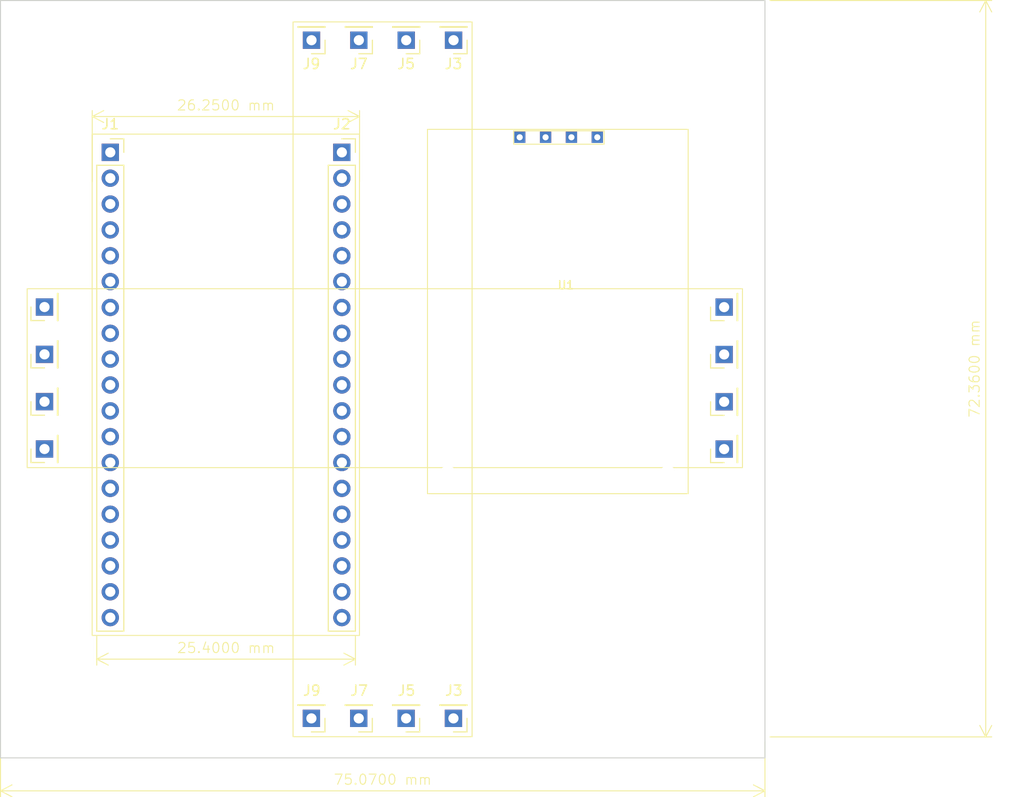
<source format=kicad_pcb>
(kicad_pcb (version 20240108) (generator "pcbnew") (generator_version "8.0")
  (layers (0 "F.Cu" signal) (31 "B.Cu" signal) (34 "B.Paste" user) (35 "F.Paste" user) (36 "B.SilkS" user "B.Silkscreen") (37 "F.SilkS" user "F.Silkscreen") (38 "B.Mask" user) (39 "F.Mask" user) (44 "Edge.Cuts" user))
  (net 0 "")
  (net 1 "A0")
  (net 2 "A1")
  (net 3 "A2")
  (net 4 "A3")
  (footprint "Connector_PinHeader_2.54mm:PinHeader_1x01_P2.54mm_Vertical" (layer "F.Cu") (at 68.74 23.64 180)
    (property "Reference" "J3" (at 0 -2.33 0) (layer "F.SilkS"))
    (property "Value" "Conn_01x01_Pin" (hide yes))
    (fp_line (start 1.33 1.27) (end 1.33 1.33) (stroke (width 0.12)) (layer "F.SilkS"))
    (fp_line (start -1.33 1.33) (end 1.33 1.33) (stroke (width 0.12)) (layer "F.SilkS"))
    (fp_line (start -1.33 1.27) (end 1.33 1.27) (stroke (width 0.12)) (layer "F.SilkS"))
    (fp_line (start -1.33 1.27) (end -1.33 1.33) (stroke (width 0.12)) (layer "F.SilkS"))
    (fp_line (start -1.33 0) (end -1.33 -1.33) (stroke (width 0.12)) (layer "F.SilkS"))
    (fp_line (start -1.33 -1.33) (end 0 -1.33) (stroke (width 0.12)) (layer "F.SilkS"))
    (pad "1" thru_hole rect (at 0 0 180) (size 1.7 1.7) (drill 1) (layers "*.Cu" "*.Mask") (net 1 "A0"))
  )
  (footprint "Connector_PinHeader_2.54mm:PinHeader_1x01_P2.54mm_Vertical" (layer "F.Cu") (at 95.31 54.52 90)
    (property "Reference" "J7" (hide yes))
    (property "Value" "Conn_01x01_Pin" (hide yes))
    (fp_line (start -1.33 -1.33) (end 0 -1.33) (stroke (width 0.12)) (layer "F.SilkS"))
    (fp_line (start -1.33 0) (end -1.33 -1.33) (stroke (width 0.12)) (layer "F.SilkS"))
    (fp_line (start 1.33 1.27) (end 1.33 1.33) (stroke (width 0.12)) (layer "F.SilkS"))
    (fp_line (start -1.33 1.27) (end 1.33 1.27) (stroke (width 0.12)) (layer "F.SilkS"))
    (fp_line (start -1.33 1.27) (end -1.33 1.33) (stroke (width 0.12)) (layer "F.SilkS"))
    (fp_line (start -1.33 1.33) (end 1.33 1.33) (stroke (width 0.12)) (layer "F.SilkS"))
    (pad "1" thru_hole rect (at 0 0 90) (size 1.7 1.7) (drill 1) (layers "*.Cu" "*.Mask") (net 3 "A2"))
  )
  (footprint "Connector_PinHeader_2.54mm:PinHeader_1x01_P2.54mm_Vertical" (layer "F.Cu") (at 95.31 63.82 90)
    (property "Reference" "J3" (hide yes))
    (property "Value" "Conn_01x01_Pin" (hide yes))
    (fp_line (start -1.33 -1.33) (end 0 -1.33) (stroke (width 0.12)) (layer "F.SilkS"))
    (fp_line (start -1.33 0) (end -1.33 -1.33) (stroke (width 0.12)) (layer "F.SilkS"))
    (fp_line (start 1.33 1.27) (end 1.33 1.33) (stroke (width 0.12)) (layer "F.SilkS"))
    (fp_line (start -1.33 1.27) (end 1.33 1.27) (stroke (width 0.12)) (layer "F.SilkS"))
    (fp_line (start -1.33 1.27) (end -1.33 1.33) (stroke (width 0.12)) (layer "F.SilkS"))
    (fp_line (start -1.33 1.33) (end 1.33 1.33) (stroke (width 0.12)) (layer "F.SilkS"))
    (pad "1" thru_hole rect (at 0 0 90) (size 1.7 1.7) (drill 1) (layers "*.Cu" "*.Mask") (net 1 "A0"))
  )
  (footprint "Connector_PinHeader_2.54mm:PinHeader_1x01_P2.54mm_Vertical" (layer "F.Cu") (at 28.57 59.16 90)
    (property "Reference" "J5" (hide yes))
    (property "Value" "Conn_01x01_Pin" (hide yes))
    (fp_line (start -1.33 -1.33) (end 0 -1.33) (stroke (width 0.12)) (layer "F.SilkS"))
    (fp_line (start -1.33 0) (end -1.33 -1.33) (stroke (width 0.12)) (layer "F.SilkS"))
    (fp_line (start 1.33 1.27) (end 1.33 1.33) (stroke (width 0.12)) (layer "F.SilkS"))
    (fp_line (start -1.33 1.27) (end 1.33 1.27) (stroke (width 0.12)) (layer "F.SilkS"))
    (fp_line (start -1.33 1.27) (end -1.33 1.33) (stroke (width 0.12)) (layer "F.SilkS"))
    (fp_line (start -1.33 1.33) (end 1.33 1.33) (stroke (width 0.12)) (layer "F.SilkS"))
    (pad "1" thru_hole rect (at 0 0 90) (size 1.7 1.7) (drill 1) (layers "*.Cu" "*.Mask") (net 2 "A1"))
  )
  (footprint "Connector_PinHeader_2.54mm:PinHeader_1x01_P2.54mm_Vertical" (layer "F.Cu") (at 64.08 90.28 180)
    (property "Reference" "J5" (at -0.04 2.73 0) (layer "F.SilkS"))
    (property "Value" "Conn_01x01_Pin" (hide yes))
    (fp_line (start 1.33 1.27) (end 1.33 1.33) (stroke (width 0.12)) (layer "F.SilkS"))
    (fp_line (start -1.33 1.33) (end 1.33 1.33) (stroke (width 0.12)) (layer "F.SilkS"))
    (fp_line (start -1.33 1.27) (end 1.33 1.27) (stroke (width 0.12)) (layer "F.SilkS"))
    (fp_line (start -1.33 1.27) (end -1.33 1.33) (stroke (width 0.12)) (layer "F.SilkS"))
    (fp_line (start -1.33 0) (end -1.33 -1.33) (stroke (width 0.12)) (layer "F.SilkS"))
    (fp_line (start -1.33 -1.33) (end 0 -1.33) (stroke (width 0.12)) (layer "F.SilkS"))
    (pad "1" thru_hole rect (at 0 0 180) (size 1.7 1.7) (drill 1) (layers "*.Cu" "*.Mask") (net 2 "A1"))
  )
  (footprint "Connector_PinHeader_2.54mm:PinHeader_1x01_P2.54mm_Vertical" (layer "F.Cu") (at 68.73 90.28 180)
    (property "Reference" "J3" (at -0.04 2.73 0) (layer "F.SilkS"))
    (property "Value" "Conn_01x01_Pin" (hide yes))
    (fp_line (start 1.33 1.27) (end 1.33 1.33) (stroke (width 0.12)) (layer "F.SilkS"))
    (fp_line (start -1.33 1.33) (end 1.33 1.33) (stroke (width 0.12)) (layer "F.SilkS"))
    (fp_line (start -1.33 1.27) (end 1.33 1.27) (stroke (width 0.12)) (layer "F.SilkS"))
    (fp_line (start -1.33 1.27) (end -1.33 1.33) (stroke (width 0.12)) (layer "F.SilkS"))
    (fp_line (start -1.33 0) (end -1.33 -1.33) (stroke (width 0.12)) (layer "F.SilkS"))
    (fp_line (start -1.33 -1.33) (end 0 -1.33) (stroke (width 0.12)) (layer "F.SilkS"))
    (pad "1" thru_hole rect (at 0 0 180) (size 1.7 1.7) (drill 1) (layers "*.Cu" "*.Mask") (net 1 "A0"))
  )
  (footprint "Connector_PinHeader_2.54mm:PinHeader_1x01_P2.54mm_Vertical" (layer "F.Cu") (at 59.43 90.28 180)
    (property "Reference" "J7" (at -0.04 2.73 0) (layer "F.SilkS"))
    (property "Value" "Conn_01x01_Pin" (hide yes))
    (fp_line (start 1.33 1.27) (end 1.33 1.33) (stroke (width 0.12)) (layer "F.SilkS"))
    (fp_line (start -1.33 1.33) (end 1.33 1.33) (stroke (width 0.12)) (layer "F.SilkS"))
    (fp_line (start -1.33 1.27) (end 1.33 1.27) (stroke (width 0.12)) (layer "F.SilkS"))
    (fp_line (start -1.33 1.27) (end -1.33 1.33) (stroke (width 0.12)) (layer "F.SilkS"))
    (fp_line (start -1.33 0) (end -1.33 -1.33) (stroke (width 0.12)) (layer "F.SilkS"))
    (fp_line (start -1.33 -1.33) (end 0 -1.33) (stroke (width 0.12)) (layer "F.SilkS"))
    (pad "1" thru_hole rect (at 0 0 180) (size 1.7 1.7) (drill 1) (layers "*.Cu" "*.Mask") (net 3 "A2"))
  )
  (footprint "Connector_PinHeader_2.54mm:PinHeader_1x01_P2.54mm_Vertical" (layer "F.Cu") (at 95.31 59.17 90)
    (property "Reference" "J5" (hide yes))
    (property "Value" "Conn_01x01_Pin" (hide yes))
    (fp_line (start -1.33 -1.33) (end 0 -1.33) (stroke (width 0.12)) (layer "F.SilkS"))
    (fp_line (start -1.33 0) (end -1.33 -1.33) (stroke (width 0.12)) (layer "F.SilkS"))
    (fp_line (start 1.33 1.27) (end 1.33 1.33) (stroke (width 0.12)) (layer "F.SilkS"))
    (fp_line (start -1.33 1.27) (end 1.33 1.27) (stroke (width 0.12)) (layer "F.SilkS"))
    (fp_line (start -1.33 1.27) (end -1.33 1.33) (stroke (width 0.12)) (layer "F.SilkS"))
    (fp_line (start -1.33 1.33) (end 1.33 1.33) (stroke (width 0.12)) (layer "F.SilkS"))
    (pad "1" thru_hole rect (at 0 0 90) (size 1.7 1.7) (drill 1) (layers "*.Cu" "*.Mask") (net 2 "A1"))
  )
  (footprint "Connector_PinHeader_2.54mm:PinHeader_1x01_P2.54mm_Vertical" (layer "F.Cu") (at 54.79 23.64 180)
    (property "Reference" "J9" (at 0 -2.33 0) (layer "F.SilkS"))
    (property "Value" "Conn_01x01_Pin" (hide yes))
    (fp_line (start 1.33 1.27) (end 1.33 1.33) (stroke (width 0.12)) (layer "F.SilkS"))
    (fp_line (start -1.33 1.33) (end 1.33 1.33) (stroke (width 0.12)) (layer "F.SilkS"))
    (fp_line (start -1.33 1.27) (end 1.33 1.27) (stroke (width 0.12)) (layer "F.SilkS"))
    (fp_line (start -1.33 1.27) (end -1.33 1.33) (stroke (width 0.12)) (layer "F.SilkS"))
    (fp_line (start -1.33 0) (end -1.33 -1.33) (stroke (width 0.12)) (layer "F.SilkS"))
    (fp_line (start -1.33 -1.33) (end 0 -1.33) (stroke (width 0.12)) (layer "F.SilkS"))
    (pad "1" thru_hole rect (at 0 0 180) (size 1.7 1.7) (drill 1) (layers "*.Cu" "*.Mask") (net 4 "A3"))
  )
  (footprint "Connector_PinSocket_2.54mm:PinSocket_1x19_P2.54mm_Vertical" (layer "F.Cu") (at 35.03 34.66)
    (property "Reference" "J1" (at 0 -2.77 0) (layer "F.SilkS"))
    (property "Value" "Conn_01x19_Female" (hide yes))
    (fp_line (start -1.33 1.27) (end -1.33 47.05) (stroke (width 0.12)) (layer "F.SilkS"))
    (fp_line (start -1.33 1.27) (end 1.33 1.27) (stroke (width 0.12)) (layer "F.SilkS"))
    (fp_line (start -1.33 47.05) (end 1.33 47.05) (stroke (width 0.12)) (layer "F.SilkS"))
    (fp_line (start 0 -1.33) (end 1.33 -1.33) (stroke (width 0.12)) (layer "F.SilkS"))
    (fp_line (start 1.33 -1.33) (end 1.33 0) (stroke (width 0.12)) (layer "F.SilkS"))
    (fp_line (start 1.33 1.27) (end 1.33 47.05) (stroke (width 0.12)) (layer "F.SilkS"))
    (pad "1" thru_hole rect (at 0 0) (size 1.7 1.7) (drill 1) (layers "*.Cu" "*.Mask"))
    (pad "2" thru_hole oval (at 0 2.54) (size 1.7 1.7) (drill 1) (layers "*.Cu" "*.Mask"))
    (pad "3" thru_hole oval (at 0 5.08) (size 1.7 1.7) (drill 1) (layers "*.Cu" "*.Mask"))
    (pad "4" thru_hole oval (at 0 7.62) (size 1.7 1.7) (drill 1) (layers "*.Cu" "*.Mask"))
    (pad "5" thru_hole oval (at 0 10.16) (size 1.7 1.7) (drill 1) (layers "*.Cu" "*.Mask"))
    (pad "6" thru_hole oval (at 0 12.7) (size 1.7 1.7) (drill 1) (layers "*.Cu" "*.Mask"))
    (pad "7" thru_hole oval (at 0 15.24) (size 1.7 1.7) (drill 1) (layers "*.Cu" "*.Mask"))
    (pad "8" thru_hole oval (at 0 17.78) (size 1.7 1.7) (drill 1) (layers "*.Cu" "*.Mask"))
    (pad "9" thru_hole oval (at 0 20.32) (size 1.7 1.7) (drill 1) (layers "*.Cu" "*.Mask"))
    (pad "10" thru_hole oval (at 0 22.86) (size 1.7 1.7) (drill 1) (layers "*.Cu" "*.Mask"))
    (pad "11" thru_hole oval (at 0 25.4) (size 1.7 1.7) (drill 1) (layers "*.Cu" "*.Mask"))
    (pad "12" thru_hole oval (at 0 27.94) (size 1.7 1.7) (drill 1) (layers "*.Cu" "*.Mask"))
    (pad "13" thru_hole oval (at 0 30.48) (size 1.7 1.7) (drill 1) (layers "*.Cu" "*.Mask"))
    (pad "14" thru_hole oval (at 0 33.02) (size 1.7 1.7) (drill 1) (layers "*.Cu" "*.Mask"))
    (pad "15" thru_hole oval (at 0 35.56) (size 1.7 1.7) (drill 1) (layers "*.Cu" "*.Mask"))
    (pad "16" thru_hole oval (at 0 38.1) (size 1.7 1.7) (drill 1) (layers "*.Cu" "*.Mask"))
    (pad "17" thru_hole oval (at 0 40.64) (size 1.7 1.7) (drill 1) (layers "*.Cu" "*.Mask"))
    (pad "18" thru_hole oval (at 0 43.18) (size 1.7 1.7) (drill 1) (layers "*.Cu" "*.Mask"))
    (pad "19" thru_hole oval (at 0 45.72) (size 1.7 1.7) (drill 1) (layers "*.Cu" "*.Mask"))
  )
  (footprint "Connector_PinSocket_2.54mm:PinSocket_1x19_P2.54mm_Vertical" (layer "F.Cu") (at 57.77 34.66)
    (property "Reference" "J2" (at 0 -2.77 0) (layer "F.SilkS"))
    (property "Value" "Conn_01x19_Female" (hide yes))
    (fp_line (start -1.33 1.27) (end -1.33 47.05) (stroke (width 0.12)) (layer "F.SilkS"))
    (fp_line (start -1.33 1.27) (end 1.33 1.27) (stroke (width 0.12)) (layer "F.SilkS"))
    (fp_line (start -1.33 47.05) (end 1.33 47.05) (stroke (width 0.12)) (layer "F.SilkS"))
    (fp_line (start 0 -1.33) (end 1.33 -1.33) (stroke (width 0.12)) (layer "F.SilkS"))
    (fp_line (start 1.33 -1.33) (end 1.33 0) (stroke (width 0.12)) (layer "F.SilkS"))
    (fp_line (start 1.33 1.27) (end 1.33 47.05) (stroke (width 0.12)) (layer "F.SilkS"))
    (pad "1" thru_hole rect (at 0 0) (size 1.7 1.7) (drill 1) (layers "*.Cu" "*.Mask"))
    (pad "2" thru_hole oval (at 0 2.54) (size 1.7 1.7) (drill 1) (layers "*.Cu" "*.Mask"))
    (pad "3" thru_hole oval (at 0 5.08) (size 1.7 1.7) (drill 1) (layers "*.Cu" "*.Mask"))
    (pad "4" thru_hole oval (at 0 7.62) (size 1.7 1.7) (drill 1) (layers "*.Cu" "*.Mask"))
    (pad "5" thru_hole oval (at 0 10.16) (size 1.7 1.7) (drill 1) (layers "*.Cu" "*.Mask"))
    (pad "6" thru_hole oval (at 0 12.7) (size 1.7 1.7) (drill 1) (layers "*.Cu" "*.Mask"))
    (pad "7" thru_hole oval (at 0 15.24) (size 1.7 1.7) (drill 1) (layers "*.Cu" "*.Mask"))
    (pad "8" thru_hole oval (at 0 17.78) (size 1.7 1.7) (drill 1) (layers "*.Cu" "*.Mask"))
    (pad "9" thru_hole oval (at 0 20.32) (size 1.7 1.7) (drill 1) (layers "*.Cu" "*.Mask"))
    (pad "10" thru_hole oval (at 0 22.86) (size 1.7 1.7) (drill 1) (layers "*.Cu" "*.Mask"))
    (pad "11" thru_hole oval (at 0 25.4) (size 1.7 1.7) (drill 1) (layers "*.Cu" "*.Mask"))
    (pad "12" thru_hole oval (at 0 27.94) (size 1.7 1.7) (drill 1) (layers "*.Cu" "*.Mask"))
    (pad "13" thru_hole oval (at 0 30.48) (size 1.7 1.7) (drill 1) (layers "*.Cu" "*.Mask"))
    (pad "14" thru_hole oval (at 0 33.02) (size 1.7 1.7) (drill 1) (layers "*.Cu" "*.Mask"))
    (pad "15" thru_hole oval (at 0 35.56) (size 1.7 1.7) (drill 1) (layers "*.Cu" "*.Mask"))
    (pad "16" thru_hole oval (at 0 38.1) (size 1.7 1.7) (drill 1) (layers "*.Cu" "*.Mask"))
    (pad "17" thru_hole oval (at 0 40.64) (size 1.7 1.7) (drill 1) (layers "*.Cu" "*.Mask"))
    (pad "18" thru_hole oval (at 0 43.18) (size 1.7 1.7) (drill 1) (layers "*.Cu" "*.Mask"))
    (pad "19" thru_hole oval (at 0 45.72) (size 1.7 1.7) (drill 1) (layers "*.Cu" "*.Mask"))
  )
  (footprint "Connector_PinHeader_2.54mm:PinHeader_1x01_P2.54mm_Vertical" (layer "F.Cu") (at 59.44 23.64 180)
    (property "Reference" "J7" (at 0 -2.33 0) (layer "F.SilkS"))
    (property "Value" "Conn_01x01_Pin" (hide yes))
    (fp_line (start 1.33 1.27) (end 1.33 1.33) (stroke (width 0.12)) (layer "F.SilkS"))
    (fp_line (start -1.33 1.33) (end 1.33 1.33) (stroke (width 0.12)) (layer "F.SilkS"))
    (fp_line (start -1.33 1.27) (end 1.33 1.27) (stroke (width 0.12)) (layer "F.SilkS"))
    (fp_line (start -1.33 1.27) (end -1.33 1.33) (stroke (width 0.12)) (layer "F.SilkS"))
    (fp_line (start -1.33 0) (end -1.33 -1.33) (stroke (width 0.12)) (layer "F.SilkS"))
    (fp_line (start -1.33 -1.33) (end 0 -1.33) (stroke (width 0.12)) (layer "F.SilkS"))
    (pad "1" thru_hole rect (at 0 0 180) (size 1.7 1.7) (drill 1) (layers "*.Cu" "*.Mask") (net 3 "A2"))
  )
  (footprint "NEO-6M:NEO-6M" (layer "F.Cu") (at 79.47 47.47)
    (property "Reference" "U1" (at 0.3 0.24 0) (layer "F.SilkS") (effects (font (size 0.787402 0.787402))))
    (property "Value" "NEO-7M")
    (fp_rect (start -13.29 -15.07) (end 12.31 20.73) (stroke (width 0.1)) (fill none) (layer "F.SilkS"))
    (fp_rect (start -4.824 -14.93) (end 4.056 -13.61) (stroke (width 0.1)) (fill none) (layer "F.SilkS"))
    (pad "" np_thru_hole circle (at -11.29 -13.07) (size 1.524 1.524) (drill 3) (layers "F&B.Cu" "*.Mask"))
    (pad "" np_thru_hole circle (at -11.29 18.73) (size 1.524 1.524) (drill 3) (layers "F&B.Cu" "*.Mask"))
    (pad "" np_thru_hole circle (at 10.31 -13.07) (size 1.524 1.524) (drill 3) (layers "F&B.Cu" "*.Mask"))
    (pad "" np_thru_hole circle (at 10.31 18.73) (size 1.524 1.524) (drill 3) (layers "F&B.Cu" "*.Mask"))
    (pad "GND" thru_hole rect (at -4.234 -14.29) (size 1.108 1.108) (drill 0.6) (layers "*.Cu" "*.Mask"))
    (pad "RX" thru_hole rect (at 0.846 -14.29) (size 1.108 1.108) (drill 0.6) (layers "*.Cu" "*.Mask"))
    (pad "TX" thru_hole rect (at -1.694 -14.29) (size 1.108 1.108) (drill 0.6) (layers "*.Cu" "*.Mask"))
    (pad "VCC" thru_hole rect (at 3.386 -14.29) (size 1.108 1.108) (drill 0.6) (layers "*.Cu" "*.Mask"))
  )
  (footprint "Connector_PinHeader_2.54mm:PinHeader_1x01_P2.54mm_Vertical" (layer "F.Cu") (at 95.31 49.87 90)
    (property "Reference" "J9" (hide yes))
    (property "Value" "Conn_01x01_Pin" (hide yes))
    (fp_line (start -1.33 -1.33) (end 0 -1.33) (stroke (width 0.12)) (layer "F.SilkS"))
    (fp_line (start -1.33 0) (end -1.33 -1.33) (stroke (width 0.12)) (layer "F.SilkS"))
    (fp_line (start 1.33 1.27) (end 1.33 1.33) (stroke (width 0.12)) (layer "F.SilkS"))
    (fp_line (start -1.33 1.27) (end 1.33 1.27) (stroke (width 0.12)) (layer "F.SilkS"))
    (fp_line (start -1.33 1.27) (end -1.33 1.33) (stroke (width 0.12)) (layer "F.SilkS"))
    (fp_line (start -1.33 1.33) (end 1.33 1.33) (stroke (width 0.12)) (layer "F.SilkS"))
    (pad "1" thru_hole rect (at 0 0 90) (size 1.7 1.7) (drill 1) (layers "*.Cu" "*.Mask") (net 4 "A3"))
  )
  (footprint "Connector_PinHeader_2.54mm:PinHeader_1x01_P2.54mm_Vertical" (layer "F.Cu") (at 64.09 23.64 180)
    (property "Reference" "J5" (at 0 -2.33 0) (layer "F.SilkS"))
    (property "Value" "Conn_01x01_Pin" (hide yes))
    (fp_line (start 1.33 1.27) (end 1.33 1.33) (stroke (width 0.12)) (layer "F.SilkS"))
    (fp_line (start -1.33 1.33) (end 1.33 1.33) (stroke (width 0.12)) (layer "F.SilkS"))
    (fp_line (start -1.33 1.27) (end 1.33 1.27) (stroke (width 0.12)) (layer "F.SilkS"))
    (fp_line (start -1.33 1.27) (end -1.33 1.33) (stroke (width 0.12)) (layer "F.SilkS"))
    (fp_line (start -1.33 0) (end -1.33 -1.33) (stroke (width 0.12)) (layer "F.SilkS"))
    (fp_line (start -1.33 -1.33) (end 0 -1.33) (stroke (width 0.12)) (layer "F.SilkS"))
    (pad "1" thru_hole rect (at 0 0 180) (size 1.7 1.7) (drill 1) (layers "*.Cu" "*.Mask") (net 2 "A1"))
  )
  (footprint "Connector_PinHeader_2.54mm:PinHeader_1x01_P2.54mm_Vertical" (layer "F.Cu") (at 28.57 63.81 90)
    (property "Reference" "J3" (hide yes))
    (property "Value" "Conn_01x01_Pin" (hide yes))
    (fp_line (start -1.33 -1.33) (end 0 -1.33) (stroke (width 0.12)) (layer "F.SilkS"))
    (fp_line (start -1.33 0) (end -1.33 -1.33) (stroke (width 0.12)) (layer "F.SilkS"))
    (fp_line (start 1.33 1.27) (end 1.33 1.33) (stroke (width 0.12)) (layer "F.SilkS"))
    (fp_line (start -1.33 1.27) (end 1.33 1.27) (stroke (width 0.12)) (layer "F.SilkS"))
    (fp_line (start -1.33 1.27) (end -1.33 1.33) (stroke (width 0.12)) (layer "F.SilkS"))
    (fp_line (start -1.33 1.33) (end 1.33 1.33) (stroke (width 0.12)) (layer "F.SilkS"))
    (pad "1" thru_hole rect (at 0 0 90) (size 1.7 1.7) (drill 1) (layers "*.Cu" "*.Mask") (net 1 "A0"))
  )
  (footprint "Connector_PinHeader_2.54mm:PinHeader_1x01_P2.54mm_Vertical" (layer "F.Cu") (at 54.78 90.28 180)
    (property "Reference" "J9" (at -0.04 2.73 0) (layer "F.SilkS"))
    (property "Value" "Conn_01x01_Pin" (hide yes))
    (fp_line (start 1.33 1.27) (end 1.33 1.33) (stroke (width 0.12)) (layer "F.SilkS"))
    (fp_line (start -1.33 1.33) (end 1.33 1.33) (stroke (width 0.12)) (layer "F.SilkS"))
    (fp_line (start -1.33 1.27) (end 1.33 1.27) (stroke (width 0.12)) (layer "F.SilkS"))
    (fp_line (start -1.33 1.27) (end -1.33 1.33) (stroke (width 0.12)) (layer "F.SilkS"))
    (fp_line (start -1.33 0) (end -1.33 -1.33) (stroke (width 0.12)) (layer "F.SilkS"))
    (fp_line (start -1.33 -1.33) (end 0 -1.33) (stroke (width 0.12)) (layer "F.SilkS"))
    (pad "1" thru_hole rect (at 0 0 180) (size 1.7 1.7) (drill 1) (layers "*.Cu" "*.Mask") (net 4 "A3"))
  )
  (footprint "Connector_PinHeader_2.54mm:PinHeader_1x01_P2.54mm_Vertical" (layer "F.Cu") (at 28.57 49.86 90)
    (property "Reference" "J9" (hide yes))
    (property "Value" "Conn_01x01_Pin" (hide yes))
    (fp_line (start -1.33 -1.33) (end 0 -1.33) (stroke (width 0.12)) (layer "F.SilkS"))
    (fp_line (start -1.33 0) (end -1.33 -1.33) (stroke (width 0.12)) (layer "F.SilkS"))
    (fp_line (start 1.33 1.27) (end 1.33 1.33) (stroke (width 0.12)) (layer "F.SilkS"))
    (fp_line (start -1.33 1.27) (end 1.33 1.27) (stroke (width 0.12)) (layer "F.SilkS"))
    (fp_line (start -1.33 1.27) (end -1.33 1.33) (stroke (width 0.12)) (layer "F.SilkS"))
    (fp_line (start -1.33 1.33) (end 1.33 1.33) (stroke (width 0.12)) (layer "F.SilkS"))
    (pad "1" thru_hole rect (at 0 0 90) (size 1.7 1.7) (drill 1) (layers "*.Cu" "*.Mask") (net 4 "A3"))
  )
  (footprint "Connector_PinHeader_2.54mm:PinHeader_1x01_P2.54mm_Vertical" (layer "F.Cu") (at 28.57 54.51 90)
    (property "Reference" "J7" (hide yes))
    (property "Value" "Conn_01x01_Pin" (hide yes))
    (fp_line (start -1.33 -1.33) (end 0 -1.33) (stroke (width 0.12)) (layer "F.SilkS"))
    (fp_line (start -1.33 0) (end -1.33 -1.33) (stroke (width 0.12)) (layer "F.SilkS"))
    (fp_line (start 1.33 1.27) (end 1.33 1.33) (stroke (width 0.12)) (layer "F.SilkS"))
    (fp_line (start -1.33 1.27) (end 1.33 1.27) (stroke (width 0.12)) (layer "F.SilkS"))
    (fp_line (start -1.33 1.27) (end -1.33 1.33) (stroke (width 0.12)) (layer "F.SilkS"))
    (fp_line (start -1.33 1.33) (end 1.33 1.33) (stroke (width 0.12)) (layer "F.SilkS"))
    (pad "1" thru_hole rect (at 0 0 90) (size 1.7 1.7) (drill 1) (layers "*.Cu" "*.Mask") (net 3 "A2"))
  )
  (gr_rect (start 33.25 32.87) (end 59.5 82.13) (stroke (width 0.1)) (fill none) (layer "F.SilkS"))
  (gr_rect (start 52.98 21.84) (end 70.56 92.08) (stroke (width 0.1)) (fill none) (layer "F.SilkS"))
  (gr_rect (start 26.87 48.06) (end 97.11 65.64) (stroke (width 0.1)) (fill none) (layer "F.SilkS"))
  (gr_rect (start 24.25 19.740001) (end 99.32 94.16) (stroke (width 0.1)) (fill none) (layer "Edge.Cuts"))
  (dimension (type aligned) (layer "F.SilkS") (pts (xy 33.7 81.71) (xy 59.1 81.71)) (height 2.75) (gr_text "25.4000 mm" (at 46.4 83.36 0) (layer "F.SilkS") (effects (font (size 1 1) (thickness 0.1)))) (format (prefix "") (suffix "") (units 3) (units_format 1) (precision 4)) (style (thickness 0.1) (arrow_length 1.27) (text_position_mode 0) (extension_height 0.58642) (extension_offset 0.5) keep_text_aligned))
  (dimension (type aligned) (layer "F.SilkS") (pts (xy 99.32 19.740001) (xy 99.32 92.1)) (height -21.68) (gr_text "72.3600 mm" (at 119.9 55.920001 90) (layer "F.SilkS") (effects (font (size 1 1) (thickness 0.1)))) (format (prefix "") (suffix "") (units 3) (units_format 1) (precision 4)) (style (thickness 0.1) (arrow_length 1.27) (text_position_mode 0) (extension_height 0.58642) (extension_offset 0.5) keep_text_aligned))
  (dimension (type aligned) (layer "F.SilkS") (pts (xy 33.26 38.04) (xy 59.51 38.04)) (height -6.9) (gr_text "26.2500 mm" (at 46.385 30.04 0) (layer "F.SilkS") (effects (font (size 1 1) (thickness 0.1)))) (format (prefix "") (suffix "") (units 3) (units_format 1) (precision 4)) (style (thickness 0.1) (arrow_length 1.27) (text_position_mode 0) (extension_height 0.58642) (extension_offset 0.5) keep_text_aligned))
  (dimension (type aligned) (layer "F.SilkS") (pts (xy 24.25 92.1) (xy 99.32 92.1)) (height 5.3) (gr_text "75.0700 mm" (at 61.785 96.3 0) (layer "F.SilkS") (effects (font (size 1 1) (thickness 0.1)))) (format (prefix "") (suffix "") (units 3) (units_format 1) (precision 4)) (style (thickness 0.1) (arrow_length 1.27) (text_position_mode 0) (extension_height 0.58642) (extension_offset 0.5) keep_text_aligned))
)
</source>
